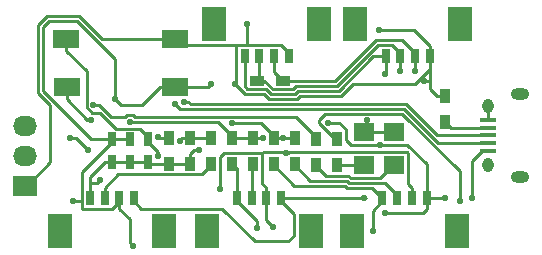
<source format=gbr>
G04 #@! TF.FileFunction,Copper,L1,Top,Signal*
%FSLAX46Y46*%
G04 Gerber Fmt 4.6, Leading zero omitted, Abs format (unit mm)*
G04 Created by KiCad (PCBNEW 4.0.2+dfsg1-stable) date Wed 10 Aug 2016 05:05:02 PM CDT*
%MOMM*%
G01*
G04 APERTURE LIST*
%ADD10C,0.090000*%
%ADD11R,0.750000X1.200000*%
%ADD12R,1.800860X1.597660*%
%ADD13R,0.800000X1.300000*%
%ADD14R,2.100000X3.000000*%
%ADD15R,2.032000X1.727200*%
%ADD16O,2.032000X1.727200*%
%ADD17R,1.350000X0.400000*%
%ADD18O,0.950000X1.250000*%
%ADD19O,1.550000X1.000000*%
%ADD20R,0.900000X1.200000*%
%ADD21R,1.200000X0.900000*%
%ADD22R,2.180000X1.600000*%
%ADD23C,0.558800*%
%ADD24C,0.228600*%
%ADD25C,0.250000*%
G04 APERTURE END LIST*
D10*
D11*
X143002000Y-140340000D03*
X143002000Y-142240000D03*
X141478000Y-140340000D03*
X141478000Y-142240000D03*
X139954000Y-140340000D03*
X139954000Y-142240000D03*
D12*
X163830000Y-142539720D03*
X163830000Y-139700000D03*
X161290000Y-142539720D03*
X161290000Y-139700000D03*
D13*
X138079000Y-145332000D03*
X139329000Y-145332000D03*
X140579000Y-145332000D03*
X141829000Y-145332000D03*
D14*
X135529000Y-148082000D03*
X144379000Y-148082000D03*
D13*
X150525000Y-145332000D03*
X151775000Y-145332000D03*
X153025000Y-145332000D03*
X154275000Y-145332000D03*
D14*
X147975000Y-148082000D03*
X156825000Y-148082000D03*
D13*
X162854000Y-145332000D03*
X164104000Y-145332000D03*
X165354000Y-145332000D03*
X166604000Y-145332000D03*
D14*
X160304000Y-148082000D03*
X169154000Y-148082000D03*
D15*
X132588000Y-144272000D03*
D16*
X132588000Y-141732000D03*
X132588000Y-139192000D03*
D17*
X171798000Y-141310000D03*
X171798000Y-140660000D03*
X171798000Y-140010000D03*
X171798000Y-139360000D03*
X171798000Y-138710000D03*
D18*
X171798000Y-142510000D03*
X171798000Y-137510000D03*
D19*
X174498000Y-143510000D03*
X174498000Y-136510000D03*
D13*
X166868000Y-133306000D03*
X165618000Y-133306000D03*
X164368000Y-133306000D03*
X163118000Y-133306000D03*
D14*
X169418000Y-130556000D03*
X160568000Y-130556000D03*
D13*
X154930000Y-133306000D03*
X153680000Y-133306000D03*
X152430000Y-133306000D03*
X151180000Y-133306000D03*
D14*
X157480000Y-130556000D03*
X148630000Y-130556000D03*
D20*
X148336000Y-140208000D03*
X148336000Y-142408000D03*
X151892000Y-140208000D03*
X151892000Y-142408000D03*
X155448000Y-140208000D03*
X155448000Y-142408000D03*
X146558000Y-140208000D03*
X146558000Y-142408000D03*
X150114000Y-140208000D03*
X150114000Y-142408000D03*
X153670000Y-140208000D03*
X153670000Y-142408000D03*
X168148000Y-138852000D03*
X168148000Y-136652000D03*
X144780000Y-140208000D03*
X144780000Y-142408000D03*
D21*
X152232000Y-135382000D03*
X154432000Y-135382000D03*
D20*
X157226000Y-142494000D03*
X157226000Y-140294000D03*
X159004000Y-142494000D03*
X159004000Y-140294000D03*
D22*
X136083140Y-131823680D03*
X145288000Y-131828320D03*
X145318430Y-135892320D03*
X136113570Y-135887680D03*
D23*
X161544000Y-138747520D03*
X150368000Y-135636000D03*
X152245589Y-147820121D03*
X147320000Y-141224000D03*
X166370000Y-135382000D03*
X162560000Y-131064000D03*
X151384000Y-130556000D03*
X138938000Y-143764000D03*
X162052000Y-148082000D03*
X170434000Y-145288000D03*
X158247916Y-138931883D03*
X163068000Y-146558000D03*
X162617097Y-140832588D03*
X161290000Y-145332000D03*
X168148000Y-145288000D03*
X148336000Y-135636000D03*
X141732000Y-149352000D03*
X153606480Y-147759019D03*
X136652000Y-145542000D03*
X154683897Y-141475776D03*
X149098000Y-144525958D03*
X140208000Y-136906000D03*
X143864860Y-141795520D03*
X145687202Y-140462000D03*
X141476409Y-138876359D03*
X152762798Y-140208000D03*
X154432000Y-140208000D03*
X150114000Y-139001510D03*
X163068000Y-134810480D03*
X145288000Y-137350480D03*
X146050000Y-137198069D03*
X165618000Y-134610000D03*
X164338000Y-134556490D03*
X138176000Y-138683994D03*
X143834202Y-140144480D03*
X138376397Y-137408255D03*
X137945125Y-141247125D03*
X136398000Y-140208000D03*
X169418000Y-145580121D03*
D24*
X160327747Y-135636000D02*
X165598000Y-135636000D01*
X150487899Y-135755899D02*
X151262512Y-136530512D01*
X161544000Y-139446000D02*
X161544000Y-139142651D01*
X151262512Y-136530512D02*
X152855229Y-136530512D01*
X155887286Y-136651998D02*
X159311749Y-136651998D01*
X155602361Y-136936923D02*
X155887286Y-136651998D01*
X153261639Y-136936923D02*
X155602361Y-136936923D01*
X159311749Y-136651998D02*
X160327747Y-135636000D01*
X152855229Y-136530512D02*
X153261639Y-136936923D01*
X165598000Y-135636000D02*
X166868000Y-134366000D01*
X161290000Y-139700000D02*
X161544000Y-139446000D01*
X161544000Y-139142651D02*
X161544000Y-138747520D01*
X150368000Y-135636000D02*
X150487899Y-135755899D01*
X150525000Y-145582000D02*
X152245589Y-147302589D01*
X150525000Y-145332000D02*
X150525000Y-145582000D01*
X152245589Y-147302589D02*
X152245589Y-147820121D01*
X143002000Y-142240000D02*
X143170000Y-142408000D01*
X143170000Y-142408000D02*
X144101400Y-142408000D01*
X144101400Y-142408000D02*
X144780000Y-142408000D01*
X137145582Y-129895589D02*
X139078312Y-131828320D01*
X134701039Y-137465681D02*
X133705589Y-136470232D01*
X132740400Y-144272000D02*
X134701039Y-142311361D01*
X139078312Y-131828320D02*
X143969400Y-131828320D01*
X133705589Y-136470232D02*
X133705589Y-130641660D01*
X133705589Y-130641660D02*
X134451660Y-129895589D01*
X132588000Y-144272000D02*
X132740400Y-144272000D01*
X134701039Y-142311361D02*
X134701039Y-137465681D01*
X134451660Y-129895589D02*
X137145582Y-129895589D01*
X143969400Y-131828320D02*
X145288000Y-131828320D01*
X150487899Y-132422319D02*
X150487899Y-135755899D01*
X150546319Y-132363899D02*
X150487899Y-132422319D01*
X146913400Y-141224000D02*
X147320000Y-141224000D01*
X146558000Y-142408000D02*
X146558000Y-141579400D01*
X146558000Y-141579400D02*
X146913400Y-141224000D01*
X162052000Y-147686869D02*
X162052000Y-148082000D01*
X162052000Y-146384000D02*
X162052000Y-147686869D01*
X162854000Y-145582000D02*
X162052000Y-146384000D01*
X162854000Y-145332000D02*
X162854000Y-145582000D01*
X166868000Y-134366000D02*
X166868000Y-135382000D01*
X166868000Y-135382000D02*
X166868000Y-136050600D01*
X166370000Y-135382000D02*
X166868000Y-135382000D01*
X165504600Y-131064000D02*
X162560000Y-131064000D01*
X166868000Y-133306000D02*
X166868000Y-132427400D01*
X166868000Y-132427400D02*
X165504600Y-131064000D01*
X154237899Y-132363899D02*
X151384000Y-132363899D01*
X151384000Y-132363899D02*
X150546319Y-132363899D01*
X151384000Y-130556000D02*
X151384000Y-132363899D01*
X161290000Y-139700000D02*
X162419030Y-139700000D01*
X162419030Y-139700000D02*
X163830000Y-139700000D01*
X171798000Y-137510000D02*
X171798000Y-138710000D01*
X145288000Y-131828320D02*
X145578000Y-131828320D01*
X145578000Y-131828320D02*
X146113579Y-132363899D01*
X146113579Y-132363899D02*
X150546319Y-132363899D01*
X155384000Y-144272000D02*
X153670000Y-142558000D01*
X153670000Y-142558000D02*
X153670000Y-142408000D01*
X159819209Y-144443473D02*
X159647736Y-144272000D01*
X159647736Y-144272000D02*
X155384000Y-144272000D01*
X161965473Y-144443473D02*
X159819209Y-144443473D01*
X162854000Y-145332000D02*
X161965473Y-144443473D01*
X138684000Y-144018000D02*
X138938000Y-143764000D01*
X138079000Y-144018000D02*
X138079000Y-143511400D01*
X138079000Y-145332000D02*
X138079000Y-144018000D01*
X138079000Y-144018000D02*
X138684000Y-144018000D01*
X166868000Y-133306000D02*
X166868000Y-134366000D01*
X154930000Y-133056000D02*
X154237899Y-132363899D01*
X154930000Y-133306000D02*
X154930000Y-133056000D01*
X166868000Y-133056000D02*
X166868000Y-133306000D01*
X168148000Y-136802000D02*
X168148000Y-136652000D01*
X166868000Y-136050600D02*
X167469400Y-136652000D01*
X167469400Y-136652000D02*
X168148000Y-136652000D01*
X150525000Y-145332000D02*
X150525000Y-142819000D01*
X150525000Y-142819000D02*
X150114000Y-142408000D01*
X138079000Y-143511400D02*
X139350400Y-142240000D01*
X139350400Y-142240000D02*
X139954000Y-142240000D01*
X144780000Y-142408000D02*
X146558000Y-142408000D01*
X141478000Y-142240000D02*
X143002000Y-142240000D01*
X139954000Y-142240000D02*
X141478000Y-142240000D01*
X170434000Y-142199000D02*
X170434000Y-145288000D01*
X171798000Y-141310000D02*
X171323000Y-141310000D01*
X171323000Y-141310000D02*
X170434000Y-142199000D01*
X159217665Y-138931883D02*
X158643047Y-138931883D01*
X158643047Y-138931883D02*
X158247916Y-138931883D01*
X159746101Y-139460319D02*
X159217665Y-138931883D01*
X166604000Y-142474000D02*
X164920931Y-140790931D01*
X159746101Y-140381143D02*
X159746101Y-139460319D01*
X160155889Y-140790931D02*
X159746101Y-140381143D01*
X166604000Y-145332000D02*
X166604000Y-142474000D01*
X164920931Y-140790931D02*
X160155889Y-140790931D01*
X141829000Y-145582000D02*
X142457600Y-146210600D01*
X141829000Y-145332000D02*
X141829000Y-145582000D01*
X152038878Y-148996411D02*
X154854340Y-148996411D01*
X154854340Y-148996411D02*
X155346409Y-148504341D01*
X154275000Y-145582000D02*
X154275000Y-145332000D01*
X155346409Y-148504341D02*
X155346409Y-146653409D01*
X142457600Y-146210600D02*
X149253068Y-146210600D01*
X149253068Y-146210600D02*
X152038878Y-148996411D01*
X155346409Y-146653409D02*
X154275000Y-145582000D01*
X166256600Y-146558000D02*
X163068000Y-146558000D01*
X166604000Y-145332000D02*
X166604000Y-146210600D01*
X166604000Y-146210600D02*
X166256600Y-146558000D01*
X161500000Y-145332000D02*
X161290000Y-145332000D01*
X154275000Y-145332000D02*
X161500000Y-145332000D01*
X168104000Y-145332000D02*
X168148000Y-145288000D01*
X166604000Y-145332000D02*
X168104000Y-145332000D01*
X164964111Y-141448789D02*
X155956000Y-141448789D01*
X165022532Y-144121932D02*
X165022532Y-141507210D01*
X165022532Y-141507210D02*
X164964111Y-141448789D01*
X155956000Y-141448789D02*
X154940000Y-141448789D01*
X165354000Y-144453400D02*
X165022532Y-144121932D01*
X165354000Y-145332000D02*
X165354000Y-144453400D01*
X148079680Y-135892320D02*
X148336000Y-135636000D01*
X145318430Y-135892320D02*
X148079680Y-135892320D01*
X141478000Y-149098000D02*
X141732000Y-149352000D01*
X141478000Y-147109600D02*
X141478000Y-149098000D01*
X140579000Y-145332000D02*
X140579000Y-146210600D01*
X140579000Y-146210600D02*
X141478000Y-147109600D01*
X153025000Y-145332000D02*
X153025000Y-147177539D01*
X153025000Y-147177539D02*
X153327081Y-147479620D01*
X153327081Y-147479620D02*
X153606480Y-147759019D01*
X134620000Y-130302000D02*
X134112000Y-130810000D01*
X140208000Y-136906000D02*
X140208000Y-133532758D01*
X140208000Y-133532758D02*
X136977242Y-130302000D01*
X138150108Y-140340000D02*
X139350400Y-140340000D01*
X136977242Y-130302000D02*
X134620000Y-130302000D01*
X134112000Y-130810000D02*
X134112000Y-136301892D01*
X134112000Y-136301892D02*
X138150108Y-140340000D01*
X139350400Y-140340000D02*
X139954000Y-140340000D01*
X137386899Y-146215681D02*
X137386899Y-145542000D01*
X137386899Y-145542000D02*
X137386899Y-143132101D01*
X136652000Y-145542000D02*
X137386899Y-145542000D01*
X154940000Y-141448789D02*
X152759631Y-141448789D01*
D25*
X154683897Y-141475776D02*
X154913013Y-141475776D01*
X154913013Y-141475776D02*
X154940000Y-141448789D01*
D24*
X149098000Y-141848218D02*
X149098000Y-144130827D01*
X149098000Y-144130827D02*
X149098000Y-144525958D01*
X149430319Y-141515899D02*
X149098000Y-141848218D01*
X152575681Y-141515899D02*
X149430319Y-141515899D01*
X152634101Y-141574319D02*
X152575681Y-141515899D01*
X140716000Y-137414000D02*
X140208000Y-136906000D01*
X142478150Y-137414000D02*
X140716000Y-137414000D01*
X145318430Y-135892320D02*
X143999830Y-135892320D01*
X143999830Y-135892320D02*
X142478150Y-137414000D01*
X152759631Y-141448789D02*
X152634101Y-141574319D01*
X153025000Y-145332000D02*
X153025000Y-144453400D01*
X153025000Y-144453400D02*
X152634101Y-144062501D01*
X152634101Y-144062501D02*
X152634101Y-141574319D01*
X141478000Y-140565000D02*
X141478000Y-140340000D01*
X139954000Y-140340000D02*
X141478000Y-140340000D01*
X140579000Y-145332000D02*
X140579000Y-145657782D01*
X140579000Y-145657782D02*
X139962681Y-146274101D01*
X139962681Y-146274101D02*
X137445319Y-146274101D01*
X137445319Y-146274101D02*
X137386899Y-146215681D01*
X137386899Y-143132101D02*
X139954000Y-140565000D01*
X139954000Y-140565000D02*
X139954000Y-140340000D01*
X140293721Y-139447899D02*
X142334899Y-139447899D01*
X138272401Y-138112499D02*
X138958321Y-138112499D01*
X137804877Y-134574017D02*
X137804877Y-137644975D01*
X136083140Y-131823680D02*
X136083140Y-132852280D01*
X137804877Y-137644975D02*
X138272401Y-138112499D01*
X138958321Y-138112499D02*
X140293721Y-139447899D01*
X142334899Y-139447899D02*
X143002000Y-140115000D01*
X136083140Y-132852280D02*
X137804877Y-134574017D01*
X143002000Y-140115000D02*
X143002000Y-140340000D01*
X143801340Y-141732000D02*
X143864860Y-141795520D01*
X143764000Y-141732000D02*
X143801340Y-141732000D01*
X143002000Y-140565000D02*
X143864860Y-141427860D01*
X143864860Y-141427860D02*
X143864860Y-141795520D01*
X143002000Y-140340000D02*
X143002000Y-140565000D01*
X145796000Y-140291400D02*
X145796000Y-140353202D01*
X145796000Y-140353202D02*
X145687202Y-140462000D01*
X146558000Y-140208000D02*
X145879400Y-140208000D01*
X145879400Y-140208000D02*
X145796000Y-140291400D01*
X146558000Y-140208000D02*
X148336000Y-140208000D01*
X141871540Y-138876359D02*
X141476409Y-138876359D01*
X148932337Y-138876337D02*
X141871562Y-138876337D01*
X150114000Y-140208000D02*
X150114000Y-140058000D01*
X141871562Y-138876337D02*
X141871540Y-138876359D01*
X150114000Y-140058000D02*
X148932337Y-138876337D01*
X152762798Y-140208000D02*
X151892000Y-140208000D01*
X150114000Y-140208000D02*
X151892000Y-140208000D01*
X154432000Y-140208000D02*
X155448000Y-140208000D01*
X152550000Y-138938000D02*
X150177510Y-138938000D01*
X150177510Y-138938000D02*
X150114000Y-139001510D01*
X153670000Y-140208000D02*
X153670000Y-140058000D01*
X153670000Y-140058000D02*
X152550000Y-138938000D01*
X153670000Y-140208000D02*
X155448000Y-140208000D01*
X153429979Y-136530512D02*
X155434021Y-136530512D01*
X155434021Y-136530512D02*
X155718946Y-136245587D01*
X155718946Y-136245587D02*
X159143409Y-136245587D01*
X151180000Y-133306000D02*
X151180000Y-135873250D01*
X151180000Y-135873250D02*
X151430851Y-136124101D01*
X162489400Y-133306000D02*
X163118000Y-133306000D01*
X153023570Y-136124102D02*
X153429979Y-136530512D01*
X151430851Y-136124101D02*
X153023570Y-136124102D01*
X159143409Y-136245587D02*
X162082996Y-133306000D01*
X162082996Y-133306000D02*
X162489400Y-133306000D01*
X163118000Y-133306000D02*
X163118000Y-134760480D01*
X163118000Y-134760480D02*
X163068000Y-134810480D01*
X162637469Y-143630651D02*
X163728400Y-142539720D01*
X163728400Y-142539720D02*
X163830000Y-142539720D01*
X160155889Y-143630651D02*
X162637469Y-143630651D01*
X157226000Y-142644000D02*
X158041178Y-143459178D01*
X158041178Y-143459178D02*
X159984416Y-143459178D01*
X159984416Y-143459178D02*
X160155889Y-143630651D01*
X157226000Y-142494000D02*
X157226000Y-142644000D01*
X159004000Y-142494000D02*
X161244280Y-142494000D01*
X161244280Y-142494000D02*
X161290000Y-142539720D01*
X139329000Y-145332000D02*
X139329000Y-144453400D01*
X139329000Y-144453400D02*
X140482299Y-143300101D01*
X140482299Y-143300101D02*
X147593899Y-143300101D01*
X147593899Y-143300101D02*
X148336000Y-142558000D01*
X148336000Y-142558000D02*
X148336000Y-142408000D01*
X151775000Y-145332000D02*
X151775000Y-142525000D01*
X151775000Y-142525000D02*
X151892000Y-142408000D01*
X155448000Y-142558000D02*
X155448000Y-142408000D01*
X159987549Y-144037062D02*
X159816076Y-143865589D01*
X156755589Y-143865589D02*
X155448000Y-142558000D01*
X164104000Y-145332000D02*
X164104000Y-145082000D01*
X159816076Y-143865589D02*
X156755589Y-143865589D01*
X163059062Y-144037062D02*
X159987549Y-144037062D01*
X164104000Y-145082000D02*
X163059062Y-144037062D01*
X145567399Y-137629879D02*
X145288000Y-137350480D01*
X145707109Y-137769589D02*
X145567399Y-137629879D01*
X164699382Y-137769589D02*
X145707109Y-137769589D01*
X167589793Y-140660000D02*
X164699382Y-137769589D01*
X171798000Y-140660000D02*
X167589793Y-140660000D01*
X167514544Y-140010000D02*
X164847878Y-137343334D01*
X146590396Y-137343334D02*
X146445131Y-137198069D01*
X171798000Y-140010000D02*
X167514544Y-140010000D01*
X164847878Y-137343334D02*
X146590396Y-137343334D01*
X146445131Y-137198069D02*
X146050000Y-137198069D01*
X171798000Y-139360000D02*
X168656000Y-139360000D01*
X168656000Y-139360000D02*
X168148000Y-138852000D01*
X164519489Y-131957489D02*
X165618000Y-133056000D01*
X165618000Y-133056000D02*
X165618000Y-133306000D01*
X158857494Y-135382000D02*
X162282005Y-131957489D01*
X162282005Y-131957489D02*
X164519489Y-131957489D01*
X154432000Y-135382000D02*
X158857494Y-135382000D01*
X165618000Y-133306000D02*
X165618000Y-134610000D01*
X153680000Y-133306000D02*
X153680000Y-134630000D01*
X153680000Y-134630000D02*
X154432000Y-135382000D01*
X158975069Y-135839176D02*
X162450346Y-132363899D01*
X164368000Y-133056000D02*
X164368000Y-133306000D01*
X152856218Y-135382000D02*
X153598319Y-136124101D01*
X163675899Y-132363899D02*
X164368000Y-133056000D01*
X162450346Y-132363899D02*
X163675899Y-132363899D01*
X152232000Y-135382000D02*
X152856218Y-135382000D01*
X155265681Y-136124101D02*
X155550606Y-135839176D01*
X153598319Y-136124101D02*
X155265681Y-136124101D01*
X155550606Y-135839176D02*
X158975069Y-135839176D01*
X164338000Y-134556490D02*
X164338000Y-133336000D01*
X164338000Y-133336000D02*
X164368000Y-133306000D01*
X152430000Y-133306000D02*
X152430000Y-135184000D01*
X152430000Y-135184000D02*
X152232000Y-135382000D01*
X136113570Y-135887680D02*
X136113570Y-136916280D01*
X137881284Y-138683994D02*
X138176000Y-138683994D01*
X136113570Y-136916280D02*
X137881284Y-138683994D01*
X143897722Y-140208000D02*
X143834202Y-140144480D01*
X144780000Y-140208000D02*
X143897722Y-140208000D01*
X141875874Y-138430000D02*
X141750731Y-138304857D01*
X157226000Y-140144000D02*
X155512000Y-138430000D01*
X141076944Y-138430000D02*
X139850573Y-138430000D01*
X155512000Y-138430000D02*
X141875874Y-138430000D01*
X157226000Y-140294000D02*
X157226000Y-140144000D01*
X141750731Y-138304857D02*
X141202087Y-138304857D01*
X141202087Y-138304857D02*
X141076944Y-138430000D01*
X139850573Y-138430000D02*
X138828828Y-137408255D01*
X138828828Y-137408255D02*
X138771528Y-137408255D01*
X138771528Y-137408255D02*
X138376397Y-137408255D01*
X137665726Y-140967726D02*
X137945125Y-141247125D01*
X136906000Y-140208000D02*
X137665726Y-140967726D01*
X136398000Y-140208000D02*
X136906000Y-140208000D01*
X169418000Y-145184990D02*
X169418000Y-145580121D01*
X164531042Y-138176000D02*
X169418000Y-143062958D01*
X159004000Y-140294000D02*
X158801782Y-140294000D01*
X158801782Y-140294000D02*
X157480000Y-138972218D01*
X157480000Y-138972218D02*
X157480000Y-138684000D01*
X157480000Y-138684000D02*
X157988000Y-138176000D01*
X157988000Y-138176000D02*
X164531042Y-138176000D01*
X169418000Y-143062958D02*
X169418000Y-145184990D01*
M02*

</source>
